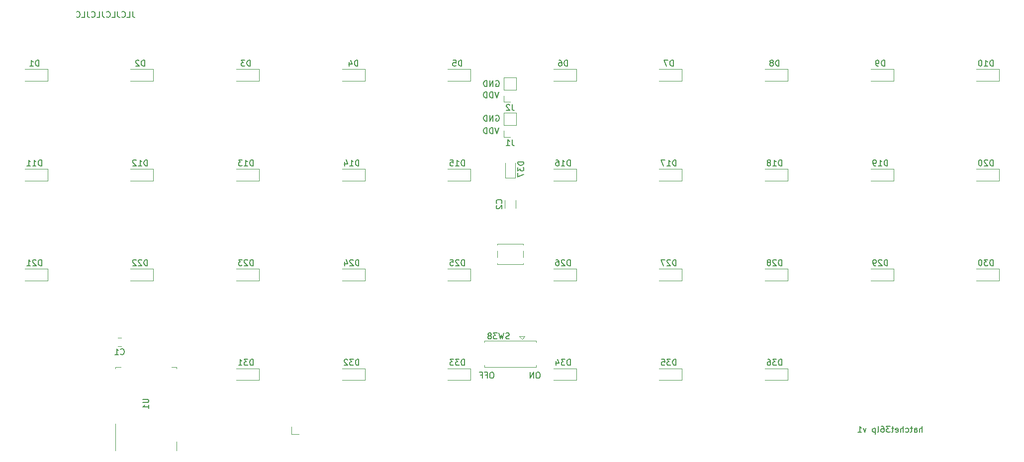
<source format=gbr>
%TF.GenerationSoftware,KiCad,Pcbnew,(6.0.4)*%
%TF.CreationDate,2022-04-26T18:03:51+09:00*%
%TF.ProjectId,hatchet36lp_pcb,68617463-6865-4743-9336-6c705f706362,rev?*%
%TF.SameCoordinates,Original*%
%TF.FileFunction,Legend,Bot*%
%TF.FilePolarity,Positive*%
%FSLAX46Y46*%
G04 Gerber Fmt 4.6, Leading zero omitted, Abs format (unit mm)*
G04 Created by KiCad (PCBNEW (6.0.4)) date 2022-04-26 18:03:51*
%MOMM*%
%LPD*%
G01*
G04 APERTURE LIST*
%ADD10C,0.200000*%
%ADD11C,0.150000*%
%ADD12C,0.120000*%
G04 APERTURE END LIST*
D10*
X75719047Y-42652380D02*
X75719047Y-43366666D01*
X75766666Y-43509523D01*
X75861904Y-43604761D01*
X76004761Y-43652380D01*
X76100000Y-43652380D01*
X74766666Y-43652380D02*
X75242857Y-43652380D01*
X75242857Y-42652380D01*
X73861904Y-43557142D02*
X73909523Y-43604761D01*
X74052380Y-43652380D01*
X74147619Y-43652380D01*
X74290476Y-43604761D01*
X74385714Y-43509523D01*
X74433333Y-43414285D01*
X74480952Y-43223809D01*
X74480952Y-43080952D01*
X74433333Y-42890476D01*
X74385714Y-42795238D01*
X74290476Y-42700000D01*
X74147619Y-42652380D01*
X74052380Y-42652380D01*
X73909523Y-42700000D01*
X73861904Y-42747619D01*
X73147619Y-42652380D02*
X73147619Y-43366666D01*
X73195238Y-43509523D01*
X73290476Y-43604761D01*
X73433333Y-43652380D01*
X73528571Y-43652380D01*
X72195238Y-43652380D02*
X72671428Y-43652380D01*
X72671428Y-42652380D01*
X71290476Y-43557142D02*
X71338095Y-43604761D01*
X71480952Y-43652380D01*
X71576190Y-43652380D01*
X71719047Y-43604761D01*
X71814285Y-43509523D01*
X71861904Y-43414285D01*
X71909523Y-43223809D01*
X71909523Y-43080952D01*
X71861904Y-42890476D01*
X71814285Y-42795238D01*
X71719047Y-42700000D01*
X71576190Y-42652380D01*
X71480952Y-42652380D01*
X71338095Y-42700000D01*
X71290476Y-42747619D01*
X70576190Y-42652380D02*
X70576190Y-43366666D01*
X70623809Y-43509523D01*
X70719047Y-43604761D01*
X70861904Y-43652380D01*
X70957142Y-43652380D01*
X69623809Y-43652380D02*
X70100000Y-43652380D01*
X70100000Y-42652380D01*
X68719047Y-43557142D02*
X68766666Y-43604761D01*
X68909523Y-43652380D01*
X69004761Y-43652380D01*
X69147619Y-43604761D01*
X69242857Y-43509523D01*
X69290476Y-43414285D01*
X69338095Y-43223809D01*
X69338095Y-43080952D01*
X69290476Y-42890476D01*
X69242857Y-42795238D01*
X69147619Y-42700000D01*
X69004761Y-42652380D01*
X68909523Y-42652380D01*
X68766666Y-42700000D01*
X68719047Y-42747619D01*
X68004761Y-42652380D02*
X68004761Y-43366666D01*
X68052380Y-43509523D01*
X68147619Y-43604761D01*
X68290476Y-43652380D01*
X68385714Y-43652380D01*
X67052380Y-43652380D02*
X67528571Y-43652380D01*
X67528571Y-42652380D01*
X66147619Y-43557142D02*
X66195238Y-43604761D01*
X66338095Y-43652380D01*
X66433333Y-43652380D01*
X66576190Y-43604761D01*
X66671428Y-43509523D01*
X66719047Y-43414285D01*
X66766666Y-43223809D01*
X66766666Y-43080952D01*
X66719047Y-42890476D01*
X66671428Y-42795238D01*
X66576190Y-42700000D01*
X66433333Y-42652380D01*
X66338095Y-42652380D01*
X66195238Y-42700000D01*
X66147619Y-42747619D01*
D11*
X138033333Y-56352380D02*
X137700000Y-57352380D01*
X137366666Y-56352380D01*
X137033333Y-57352380D02*
X137033333Y-56352380D01*
X136795238Y-56352380D01*
X136652380Y-56400000D01*
X136557142Y-56495238D01*
X136509523Y-56590476D01*
X136461904Y-56780952D01*
X136461904Y-56923809D01*
X136509523Y-57114285D01*
X136557142Y-57209523D01*
X136652380Y-57304761D01*
X136795238Y-57352380D01*
X137033333Y-57352380D01*
X136033333Y-57352380D02*
X136033333Y-56352380D01*
X135795238Y-56352380D01*
X135652380Y-56400000D01*
X135557142Y-56495238D01*
X135509523Y-56590476D01*
X135461904Y-56780952D01*
X135461904Y-56923809D01*
X135509523Y-57114285D01*
X135557142Y-57209523D01*
X135652380Y-57304761D01*
X135795238Y-57352380D01*
X136033333Y-57352380D01*
X137561904Y-54500000D02*
X137657142Y-54452380D01*
X137800000Y-54452380D01*
X137942857Y-54500000D01*
X138038095Y-54595238D01*
X138085714Y-54690476D01*
X138133333Y-54880952D01*
X138133333Y-55023809D01*
X138085714Y-55214285D01*
X138038095Y-55309523D01*
X137942857Y-55404761D01*
X137800000Y-55452380D01*
X137704761Y-55452380D01*
X137561904Y-55404761D01*
X137514285Y-55357142D01*
X137514285Y-55023809D01*
X137704761Y-55023809D01*
X137085714Y-55452380D02*
X137085714Y-54452380D01*
X136514285Y-55452380D01*
X136514285Y-54452380D01*
X136038095Y-55452380D02*
X136038095Y-54452380D01*
X135800000Y-54452380D01*
X135657142Y-54500000D01*
X135561904Y-54595238D01*
X135514285Y-54690476D01*
X135466666Y-54880952D01*
X135466666Y-55023809D01*
X135514285Y-55214285D01*
X135561904Y-55309523D01*
X135657142Y-55404761D01*
X135800000Y-55452380D01*
X136038095Y-55452380D01*
X136952380Y-104152380D02*
X136761904Y-104152380D01*
X136666666Y-104200000D01*
X136571428Y-104295238D01*
X136523809Y-104485714D01*
X136523809Y-104819047D01*
X136571428Y-105009523D01*
X136666666Y-105104761D01*
X136761904Y-105152380D01*
X136952380Y-105152380D01*
X137047619Y-105104761D01*
X137142857Y-105009523D01*
X137190476Y-104819047D01*
X137190476Y-104485714D01*
X137142857Y-104295238D01*
X137047619Y-104200000D01*
X136952380Y-104152380D01*
X135761904Y-104628571D02*
X136095238Y-104628571D01*
X136095238Y-105152380D02*
X136095238Y-104152380D01*
X135619047Y-104152380D01*
X134904761Y-104628571D02*
X135238095Y-104628571D01*
X135238095Y-105152380D02*
X135238095Y-104152380D01*
X134761904Y-104152380D01*
X138033333Y-62452380D02*
X137700000Y-63452380D01*
X137366666Y-62452380D01*
X137033333Y-63452380D02*
X137033333Y-62452380D01*
X136795238Y-62452380D01*
X136652380Y-62500000D01*
X136557142Y-62595238D01*
X136509523Y-62690476D01*
X136461904Y-62880952D01*
X136461904Y-63023809D01*
X136509523Y-63214285D01*
X136557142Y-63309523D01*
X136652380Y-63404761D01*
X136795238Y-63452380D01*
X137033333Y-63452380D01*
X136033333Y-63452380D02*
X136033333Y-62452380D01*
X135795238Y-62452380D01*
X135652380Y-62500000D01*
X135557142Y-62595238D01*
X135509523Y-62690476D01*
X135461904Y-62880952D01*
X135461904Y-63023809D01*
X135509523Y-63214285D01*
X135557142Y-63309523D01*
X135652380Y-63404761D01*
X135795238Y-63452380D01*
X136033333Y-63452380D01*
X210152380Y-114352380D02*
X210152380Y-113352380D01*
X209723809Y-114352380D02*
X209723809Y-113828571D01*
X209771428Y-113733333D01*
X209866666Y-113685714D01*
X210009523Y-113685714D01*
X210104761Y-113733333D01*
X210152380Y-113780952D01*
X208819047Y-114352380D02*
X208819047Y-113828571D01*
X208866666Y-113733333D01*
X208961904Y-113685714D01*
X209152380Y-113685714D01*
X209247619Y-113733333D01*
X208819047Y-114304761D02*
X208914285Y-114352380D01*
X209152380Y-114352380D01*
X209247619Y-114304761D01*
X209295238Y-114209523D01*
X209295238Y-114114285D01*
X209247619Y-114019047D01*
X209152380Y-113971428D01*
X208914285Y-113971428D01*
X208819047Y-113923809D01*
X208485714Y-113685714D02*
X208104761Y-113685714D01*
X208342857Y-113352380D02*
X208342857Y-114209523D01*
X208295238Y-114304761D01*
X208200000Y-114352380D01*
X208104761Y-114352380D01*
X207342857Y-114304761D02*
X207438095Y-114352380D01*
X207628571Y-114352380D01*
X207723809Y-114304761D01*
X207771428Y-114257142D01*
X207819047Y-114161904D01*
X207819047Y-113876190D01*
X207771428Y-113780952D01*
X207723809Y-113733333D01*
X207628571Y-113685714D01*
X207438095Y-113685714D01*
X207342857Y-113733333D01*
X206914285Y-114352380D02*
X206914285Y-113352380D01*
X206485714Y-114352380D02*
X206485714Y-113828571D01*
X206533333Y-113733333D01*
X206628571Y-113685714D01*
X206771428Y-113685714D01*
X206866666Y-113733333D01*
X206914285Y-113780952D01*
X205628571Y-114304761D02*
X205723809Y-114352380D01*
X205914285Y-114352380D01*
X206009523Y-114304761D01*
X206057142Y-114209523D01*
X206057142Y-113828571D01*
X206009523Y-113733333D01*
X205914285Y-113685714D01*
X205723809Y-113685714D01*
X205628571Y-113733333D01*
X205580952Y-113828571D01*
X205580952Y-113923809D01*
X206057142Y-114019047D01*
X205295238Y-113685714D02*
X204914285Y-113685714D01*
X205152380Y-113352380D02*
X205152380Y-114209523D01*
X205104761Y-114304761D01*
X205009523Y-114352380D01*
X204914285Y-114352380D01*
X204676190Y-113352380D02*
X204057142Y-113352380D01*
X204390476Y-113733333D01*
X204247619Y-113733333D01*
X204152380Y-113780952D01*
X204104761Y-113828571D01*
X204057142Y-113923809D01*
X204057142Y-114161904D01*
X204104761Y-114257142D01*
X204152380Y-114304761D01*
X204247619Y-114352380D01*
X204533333Y-114352380D01*
X204628571Y-114304761D01*
X204676190Y-114257142D01*
X203200000Y-113352380D02*
X203390476Y-113352380D01*
X203485714Y-113400000D01*
X203533333Y-113447619D01*
X203628571Y-113590476D01*
X203676190Y-113780952D01*
X203676190Y-114161904D01*
X203628571Y-114257142D01*
X203580952Y-114304761D01*
X203485714Y-114352380D01*
X203295238Y-114352380D01*
X203200000Y-114304761D01*
X203152380Y-114257142D01*
X203104761Y-114161904D01*
X203104761Y-113923809D01*
X203152380Y-113828571D01*
X203200000Y-113780952D01*
X203295238Y-113733333D01*
X203485714Y-113733333D01*
X203580952Y-113780952D01*
X203628571Y-113828571D01*
X203676190Y-113923809D01*
X202533333Y-114352380D02*
X202628571Y-114304761D01*
X202676190Y-114209523D01*
X202676190Y-113352380D01*
X202152380Y-113685714D02*
X202152380Y-114685714D01*
X202152380Y-113733333D02*
X202057142Y-113685714D01*
X201866666Y-113685714D01*
X201771428Y-113733333D01*
X201723809Y-113780952D01*
X201676190Y-113876190D01*
X201676190Y-114161904D01*
X201723809Y-114257142D01*
X201771428Y-114304761D01*
X201866666Y-114352380D01*
X202057142Y-114352380D01*
X202152380Y-114304761D01*
X200580952Y-113685714D02*
X200342857Y-114352380D01*
X200104761Y-113685714D01*
X199200000Y-114352380D02*
X199771428Y-114352380D01*
X199485714Y-114352380D02*
X199485714Y-113352380D01*
X199580952Y-113495238D01*
X199676190Y-113590476D01*
X199771428Y-113638095D01*
X144819047Y-104152380D02*
X144628571Y-104152380D01*
X144533333Y-104200000D01*
X144438095Y-104295238D01*
X144390476Y-104485714D01*
X144390476Y-104819047D01*
X144438095Y-105009523D01*
X144533333Y-105104761D01*
X144628571Y-105152380D01*
X144819047Y-105152380D01*
X144914285Y-105104761D01*
X145009523Y-105009523D01*
X145057142Y-104819047D01*
X145057142Y-104485714D01*
X145009523Y-104295238D01*
X144914285Y-104200000D01*
X144819047Y-104152380D01*
X143961904Y-105152380D02*
X143961904Y-104152380D01*
X143390476Y-105152380D01*
X143390476Y-104152380D01*
X137561904Y-60400000D02*
X137657142Y-60352380D01*
X137800000Y-60352380D01*
X137942857Y-60400000D01*
X138038095Y-60495238D01*
X138085714Y-60590476D01*
X138133333Y-60780952D01*
X138133333Y-60923809D01*
X138085714Y-61114285D01*
X138038095Y-61209523D01*
X137942857Y-61304761D01*
X137800000Y-61352380D01*
X137704761Y-61352380D01*
X137561904Y-61304761D01*
X137514285Y-61257142D01*
X137514285Y-60923809D01*
X137704761Y-60923809D01*
X137085714Y-61352380D02*
X137085714Y-60352380D01*
X136514285Y-61352380D01*
X136514285Y-60352380D01*
X136038095Y-61352380D02*
X136038095Y-60352380D01*
X135800000Y-60352380D01*
X135657142Y-60400000D01*
X135561904Y-60495238D01*
X135514285Y-60590476D01*
X135466666Y-60780952D01*
X135466666Y-60923809D01*
X135514285Y-61114285D01*
X135561904Y-61209523D01*
X135657142Y-61304761D01*
X135800000Y-61352380D01*
X136038095Y-61352380D01*
%TO.C,D12*%
X78214285Y-68952380D02*
X78214285Y-67952380D01*
X77976190Y-67952380D01*
X77833333Y-68000000D01*
X77738095Y-68095238D01*
X77690476Y-68190476D01*
X77642857Y-68380952D01*
X77642857Y-68523809D01*
X77690476Y-68714285D01*
X77738095Y-68809523D01*
X77833333Y-68904761D01*
X77976190Y-68952380D01*
X78214285Y-68952380D01*
X76690476Y-68952380D02*
X77261904Y-68952380D01*
X76976190Y-68952380D02*
X76976190Y-67952380D01*
X77071428Y-68095238D01*
X77166666Y-68190476D01*
X77261904Y-68238095D01*
X76309523Y-68047619D02*
X76261904Y-68000000D01*
X76166666Y-67952380D01*
X75928571Y-67952380D01*
X75833333Y-68000000D01*
X75785714Y-68047619D01*
X75738095Y-68142857D01*
X75738095Y-68238095D01*
X75785714Y-68380952D01*
X76357142Y-68952380D01*
X75738095Y-68952380D01*
%TO.C,D27*%
X168214285Y-85952380D02*
X168214285Y-84952380D01*
X167976190Y-84952380D01*
X167833333Y-85000000D01*
X167738095Y-85095238D01*
X167690476Y-85190476D01*
X167642857Y-85380952D01*
X167642857Y-85523809D01*
X167690476Y-85714285D01*
X167738095Y-85809523D01*
X167833333Y-85904761D01*
X167976190Y-85952380D01*
X168214285Y-85952380D01*
X167261904Y-85047619D02*
X167214285Y-85000000D01*
X167119047Y-84952380D01*
X166880952Y-84952380D01*
X166785714Y-85000000D01*
X166738095Y-85047619D01*
X166690476Y-85142857D01*
X166690476Y-85238095D01*
X166738095Y-85380952D01*
X167309523Y-85952380D01*
X166690476Y-85952380D01*
X166357142Y-84952380D02*
X165690476Y-84952380D01*
X166119047Y-85952380D01*
%TO.C,D1*%
X59738095Y-51952380D02*
X59738095Y-50952380D01*
X59500000Y-50952380D01*
X59357142Y-51000000D01*
X59261904Y-51095238D01*
X59214285Y-51190476D01*
X59166666Y-51380952D01*
X59166666Y-51523809D01*
X59214285Y-51714285D01*
X59261904Y-51809523D01*
X59357142Y-51904761D01*
X59500000Y-51952380D01*
X59738095Y-51952380D01*
X58214285Y-51952380D02*
X58785714Y-51952380D01*
X58500000Y-51952380D02*
X58500000Y-50952380D01*
X58595238Y-51095238D01*
X58690476Y-51190476D01*
X58785714Y-51238095D01*
%TO.C,C2*%
X138507142Y-75333333D02*
X138554761Y-75285714D01*
X138602380Y-75142857D01*
X138602380Y-75047619D01*
X138554761Y-74904761D01*
X138459523Y-74809523D01*
X138364285Y-74761904D01*
X138173809Y-74714285D01*
X138030952Y-74714285D01*
X137840476Y-74761904D01*
X137745238Y-74809523D01*
X137650000Y-74904761D01*
X137602380Y-75047619D01*
X137602380Y-75142857D01*
X137650000Y-75285714D01*
X137697619Y-75333333D01*
X137697619Y-75714285D02*
X137650000Y-75761904D01*
X137602380Y-75857142D01*
X137602380Y-76095238D01*
X137650000Y-76190476D01*
X137697619Y-76238095D01*
X137792857Y-76285714D01*
X137888095Y-76285714D01*
X138030952Y-76238095D01*
X138602380Y-75666666D01*
X138602380Y-76285714D01*
%TO.C,D6*%
X149738095Y-51952380D02*
X149738095Y-50952380D01*
X149500000Y-50952380D01*
X149357142Y-51000000D01*
X149261904Y-51095238D01*
X149214285Y-51190476D01*
X149166666Y-51380952D01*
X149166666Y-51523809D01*
X149214285Y-51714285D01*
X149261904Y-51809523D01*
X149357142Y-51904761D01*
X149500000Y-51952380D01*
X149738095Y-51952380D01*
X148309523Y-50952380D02*
X148500000Y-50952380D01*
X148595238Y-51000000D01*
X148642857Y-51047619D01*
X148738095Y-51190476D01*
X148785714Y-51380952D01*
X148785714Y-51761904D01*
X148738095Y-51857142D01*
X148690476Y-51904761D01*
X148595238Y-51952380D01*
X148404761Y-51952380D01*
X148309523Y-51904761D01*
X148261904Y-51857142D01*
X148214285Y-51761904D01*
X148214285Y-51523809D01*
X148261904Y-51428571D01*
X148309523Y-51380952D01*
X148404761Y-51333333D01*
X148595238Y-51333333D01*
X148690476Y-51380952D01*
X148738095Y-51428571D01*
X148785714Y-51523809D01*
%TO.C,J1*%
X140333333Y-64512380D02*
X140333333Y-65226666D01*
X140380952Y-65369523D01*
X140476190Y-65464761D01*
X140619047Y-65512380D01*
X140714285Y-65512380D01*
X139333333Y-65512380D02*
X139904761Y-65512380D01*
X139619047Y-65512380D02*
X139619047Y-64512380D01*
X139714285Y-64655238D01*
X139809523Y-64750476D01*
X139904761Y-64798095D01*
%TO.C,D23*%
X96214285Y-85952380D02*
X96214285Y-84952380D01*
X95976190Y-84952380D01*
X95833333Y-85000000D01*
X95738095Y-85095238D01*
X95690476Y-85190476D01*
X95642857Y-85380952D01*
X95642857Y-85523809D01*
X95690476Y-85714285D01*
X95738095Y-85809523D01*
X95833333Y-85904761D01*
X95976190Y-85952380D01*
X96214285Y-85952380D01*
X95261904Y-85047619D02*
X95214285Y-85000000D01*
X95119047Y-84952380D01*
X94880952Y-84952380D01*
X94785714Y-85000000D01*
X94738095Y-85047619D01*
X94690476Y-85142857D01*
X94690476Y-85238095D01*
X94738095Y-85380952D01*
X95309523Y-85952380D01*
X94690476Y-85952380D01*
X94357142Y-84952380D02*
X93738095Y-84952380D01*
X94071428Y-85333333D01*
X93928571Y-85333333D01*
X93833333Y-85380952D01*
X93785714Y-85428571D01*
X93738095Y-85523809D01*
X93738095Y-85761904D01*
X93785714Y-85857142D01*
X93833333Y-85904761D01*
X93928571Y-85952380D01*
X94214285Y-85952380D01*
X94309523Y-85904761D01*
X94357142Y-85857142D01*
%TO.C,D29*%
X204214285Y-85952380D02*
X204214285Y-84952380D01*
X203976190Y-84952380D01*
X203833333Y-85000000D01*
X203738095Y-85095238D01*
X203690476Y-85190476D01*
X203642857Y-85380952D01*
X203642857Y-85523809D01*
X203690476Y-85714285D01*
X203738095Y-85809523D01*
X203833333Y-85904761D01*
X203976190Y-85952380D01*
X204214285Y-85952380D01*
X203261904Y-85047619D02*
X203214285Y-85000000D01*
X203119047Y-84952380D01*
X202880952Y-84952380D01*
X202785714Y-85000000D01*
X202738095Y-85047619D01*
X202690476Y-85142857D01*
X202690476Y-85238095D01*
X202738095Y-85380952D01*
X203309523Y-85952380D01*
X202690476Y-85952380D01*
X202214285Y-85952380D02*
X202023809Y-85952380D01*
X201928571Y-85904761D01*
X201880952Y-85857142D01*
X201785714Y-85714285D01*
X201738095Y-85523809D01*
X201738095Y-85142857D01*
X201785714Y-85047619D01*
X201833333Y-85000000D01*
X201928571Y-84952380D01*
X202119047Y-84952380D01*
X202214285Y-85000000D01*
X202261904Y-85047619D01*
X202309523Y-85142857D01*
X202309523Y-85380952D01*
X202261904Y-85476190D01*
X202214285Y-85523809D01*
X202119047Y-85571428D01*
X201928571Y-85571428D01*
X201833333Y-85523809D01*
X201785714Y-85476190D01*
X201738095Y-85380952D01*
%TO.C,D34*%
X150214285Y-102952380D02*
X150214285Y-101952380D01*
X149976190Y-101952380D01*
X149833333Y-102000000D01*
X149738095Y-102095238D01*
X149690476Y-102190476D01*
X149642857Y-102380952D01*
X149642857Y-102523809D01*
X149690476Y-102714285D01*
X149738095Y-102809523D01*
X149833333Y-102904761D01*
X149976190Y-102952380D01*
X150214285Y-102952380D01*
X149309523Y-101952380D02*
X148690476Y-101952380D01*
X149023809Y-102333333D01*
X148880952Y-102333333D01*
X148785714Y-102380952D01*
X148738095Y-102428571D01*
X148690476Y-102523809D01*
X148690476Y-102761904D01*
X148738095Y-102857142D01*
X148785714Y-102904761D01*
X148880952Y-102952380D01*
X149166666Y-102952380D01*
X149261904Y-102904761D01*
X149309523Y-102857142D01*
X147833333Y-102285714D02*
X147833333Y-102952380D01*
X148071428Y-101904761D02*
X148309523Y-102619047D01*
X147690476Y-102619047D01*
%TO.C,D16*%
X150214285Y-68952380D02*
X150214285Y-67952380D01*
X149976190Y-67952380D01*
X149833333Y-68000000D01*
X149738095Y-68095238D01*
X149690476Y-68190476D01*
X149642857Y-68380952D01*
X149642857Y-68523809D01*
X149690476Y-68714285D01*
X149738095Y-68809523D01*
X149833333Y-68904761D01*
X149976190Y-68952380D01*
X150214285Y-68952380D01*
X148690476Y-68952380D02*
X149261904Y-68952380D01*
X148976190Y-68952380D02*
X148976190Y-67952380D01*
X149071428Y-68095238D01*
X149166666Y-68190476D01*
X149261904Y-68238095D01*
X147833333Y-67952380D02*
X148023809Y-67952380D01*
X148119047Y-68000000D01*
X148166666Y-68047619D01*
X148261904Y-68190476D01*
X148309523Y-68380952D01*
X148309523Y-68761904D01*
X148261904Y-68857142D01*
X148214285Y-68904761D01*
X148119047Y-68952380D01*
X147928571Y-68952380D01*
X147833333Y-68904761D01*
X147785714Y-68857142D01*
X147738095Y-68761904D01*
X147738095Y-68523809D01*
X147785714Y-68428571D01*
X147833333Y-68380952D01*
X147928571Y-68333333D01*
X148119047Y-68333333D01*
X148214285Y-68380952D01*
X148261904Y-68428571D01*
X148309523Y-68523809D01*
%TO.C,D8*%
X185738095Y-51952380D02*
X185738095Y-50952380D01*
X185500000Y-50952380D01*
X185357142Y-51000000D01*
X185261904Y-51095238D01*
X185214285Y-51190476D01*
X185166666Y-51380952D01*
X185166666Y-51523809D01*
X185214285Y-51714285D01*
X185261904Y-51809523D01*
X185357142Y-51904761D01*
X185500000Y-51952380D01*
X185738095Y-51952380D01*
X184595238Y-51380952D02*
X184690476Y-51333333D01*
X184738095Y-51285714D01*
X184785714Y-51190476D01*
X184785714Y-51142857D01*
X184738095Y-51047619D01*
X184690476Y-51000000D01*
X184595238Y-50952380D01*
X184404761Y-50952380D01*
X184309523Y-51000000D01*
X184261904Y-51047619D01*
X184214285Y-51142857D01*
X184214285Y-51190476D01*
X184261904Y-51285714D01*
X184309523Y-51333333D01*
X184404761Y-51380952D01*
X184595238Y-51380952D01*
X184690476Y-51428571D01*
X184738095Y-51476190D01*
X184785714Y-51571428D01*
X184785714Y-51761904D01*
X184738095Y-51857142D01*
X184690476Y-51904761D01*
X184595238Y-51952380D01*
X184404761Y-51952380D01*
X184309523Y-51904761D01*
X184261904Y-51857142D01*
X184214285Y-51761904D01*
X184214285Y-51571428D01*
X184261904Y-51476190D01*
X184309523Y-51428571D01*
X184404761Y-51380952D01*
%TO.C,D28*%
X186214285Y-85952380D02*
X186214285Y-84952380D01*
X185976190Y-84952380D01*
X185833333Y-85000000D01*
X185738095Y-85095238D01*
X185690476Y-85190476D01*
X185642857Y-85380952D01*
X185642857Y-85523809D01*
X185690476Y-85714285D01*
X185738095Y-85809523D01*
X185833333Y-85904761D01*
X185976190Y-85952380D01*
X186214285Y-85952380D01*
X185261904Y-85047619D02*
X185214285Y-85000000D01*
X185119047Y-84952380D01*
X184880952Y-84952380D01*
X184785714Y-85000000D01*
X184738095Y-85047619D01*
X184690476Y-85142857D01*
X184690476Y-85238095D01*
X184738095Y-85380952D01*
X185309523Y-85952380D01*
X184690476Y-85952380D01*
X184119047Y-85380952D02*
X184214285Y-85333333D01*
X184261904Y-85285714D01*
X184309523Y-85190476D01*
X184309523Y-85142857D01*
X184261904Y-85047619D01*
X184214285Y-85000000D01*
X184119047Y-84952380D01*
X183928571Y-84952380D01*
X183833333Y-85000000D01*
X183785714Y-85047619D01*
X183738095Y-85142857D01*
X183738095Y-85190476D01*
X183785714Y-85285714D01*
X183833333Y-85333333D01*
X183928571Y-85380952D01*
X184119047Y-85380952D01*
X184214285Y-85428571D01*
X184261904Y-85476190D01*
X184309523Y-85571428D01*
X184309523Y-85761904D01*
X184261904Y-85857142D01*
X184214285Y-85904761D01*
X184119047Y-85952380D01*
X183928571Y-85952380D01*
X183833333Y-85904761D01*
X183785714Y-85857142D01*
X183738095Y-85761904D01*
X183738095Y-85571428D01*
X183785714Y-85476190D01*
X183833333Y-85428571D01*
X183928571Y-85380952D01*
%TO.C,D7*%
X167738095Y-51952380D02*
X167738095Y-50952380D01*
X167500000Y-50952380D01*
X167357142Y-51000000D01*
X167261904Y-51095238D01*
X167214285Y-51190476D01*
X167166666Y-51380952D01*
X167166666Y-51523809D01*
X167214285Y-51714285D01*
X167261904Y-51809523D01*
X167357142Y-51904761D01*
X167500000Y-51952380D01*
X167738095Y-51952380D01*
X166833333Y-50952380D02*
X166166666Y-50952380D01*
X166595238Y-51952380D01*
%TO.C,D35*%
X168214285Y-102952380D02*
X168214285Y-101952380D01*
X167976190Y-101952380D01*
X167833333Y-102000000D01*
X167738095Y-102095238D01*
X167690476Y-102190476D01*
X167642857Y-102380952D01*
X167642857Y-102523809D01*
X167690476Y-102714285D01*
X167738095Y-102809523D01*
X167833333Y-102904761D01*
X167976190Y-102952380D01*
X168214285Y-102952380D01*
X167309523Y-101952380D02*
X166690476Y-101952380D01*
X167023809Y-102333333D01*
X166880952Y-102333333D01*
X166785714Y-102380952D01*
X166738095Y-102428571D01*
X166690476Y-102523809D01*
X166690476Y-102761904D01*
X166738095Y-102857142D01*
X166785714Y-102904761D01*
X166880952Y-102952380D01*
X167166666Y-102952380D01*
X167261904Y-102904761D01*
X167309523Y-102857142D01*
X165785714Y-101952380D02*
X166261904Y-101952380D01*
X166309523Y-102428571D01*
X166261904Y-102380952D01*
X166166666Y-102333333D01*
X165928571Y-102333333D01*
X165833333Y-102380952D01*
X165785714Y-102428571D01*
X165738095Y-102523809D01*
X165738095Y-102761904D01*
X165785714Y-102857142D01*
X165833333Y-102904761D01*
X165928571Y-102952380D01*
X166166666Y-102952380D01*
X166261904Y-102904761D01*
X166309523Y-102857142D01*
%TO.C,D33*%
X132214285Y-102952380D02*
X132214285Y-101952380D01*
X131976190Y-101952380D01*
X131833333Y-102000000D01*
X131738095Y-102095238D01*
X131690476Y-102190476D01*
X131642857Y-102380952D01*
X131642857Y-102523809D01*
X131690476Y-102714285D01*
X131738095Y-102809523D01*
X131833333Y-102904761D01*
X131976190Y-102952380D01*
X132214285Y-102952380D01*
X131309523Y-101952380D02*
X130690476Y-101952380D01*
X131023809Y-102333333D01*
X130880952Y-102333333D01*
X130785714Y-102380952D01*
X130738095Y-102428571D01*
X130690476Y-102523809D01*
X130690476Y-102761904D01*
X130738095Y-102857142D01*
X130785714Y-102904761D01*
X130880952Y-102952380D01*
X131166666Y-102952380D01*
X131261904Y-102904761D01*
X131309523Y-102857142D01*
X130357142Y-101952380D02*
X129738095Y-101952380D01*
X130071428Y-102333333D01*
X129928571Y-102333333D01*
X129833333Y-102380952D01*
X129785714Y-102428571D01*
X129738095Y-102523809D01*
X129738095Y-102761904D01*
X129785714Y-102857142D01*
X129833333Y-102904761D01*
X129928571Y-102952380D01*
X130214285Y-102952380D01*
X130309523Y-102904761D01*
X130357142Y-102857142D01*
%TO.C,D36*%
X186214285Y-102952380D02*
X186214285Y-101952380D01*
X185976190Y-101952380D01*
X185833333Y-102000000D01*
X185738095Y-102095238D01*
X185690476Y-102190476D01*
X185642857Y-102380952D01*
X185642857Y-102523809D01*
X185690476Y-102714285D01*
X185738095Y-102809523D01*
X185833333Y-102904761D01*
X185976190Y-102952380D01*
X186214285Y-102952380D01*
X185309523Y-101952380D02*
X184690476Y-101952380D01*
X185023809Y-102333333D01*
X184880952Y-102333333D01*
X184785714Y-102380952D01*
X184738095Y-102428571D01*
X184690476Y-102523809D01*
X184690476Y-102761904D01*
X184738095Y-102857142D01*
X184785714Y-102904761D01*
X184880952Y-102952380D01*
X185166666Y-102952380D01*
X185261904Y-102904761D01*
X185309523Y-102857142D01*
X183833333Y-101952380D02*
X184023809Y-101952380D01*
X184119047Y-102000000D01*
X184166666Y-102047619D01*
X184261904Y-102190476D01*
X184309523Y-102380952D01*
X184309523Y-102761904D01*
X184261904Y-102857142D01*
X184214285Y-102904761D01*
X184119047Y-102952380D01*
X183928571Y-102952380D01*
X183833333Y-102904761D01*
X183785714Y-102857142D01*
X183738095Y-102761904D01*
X183738095Y-102523809D01*
X183785714Y-102428571D01*
X183833333Y-102380952D01*
X183928571Y-102333333D01*
X184119047Y-102333333D01*
X184214285Y-102380952D01*
X184261904Y-102428571D01*
X184309523Y-102523809D01*
%TO.C,D2*%
X77738095Y-51952380D02*
X77738095Y-50952380D01*
X77500000Y-50952380D01*
X77357142Y-51000000D01*
X77261904Y-51095238D01*
X77214285Y-51190476D01*
X77166666Y-51380952D01*
X77166666Y-51523809D01*
X77214285Y-51714285D01*
X77261904Y-51809523D01*
X77357142Y-51904761D01*
X77500000Y-51952380D01*
X77738095Y-51952380D01*
X76785714Y-51047619D02*
X76738095Y-51000000D01*
X76642857Y-50952380D01*
X76404761Y-50952380D01*
X76309523Y-51000000D01*
X76261904Y-51047619D01*
X76214285Y-51142857D01*
X76214285Y-51238095D01*
X76261904Y-51380952D01*
X76833333Y-51952380D01*
X76214285Y-51952380D01*
%TO.C,D18*%
X186214285Y-68952380D02*
X186214285Y-67952380D01*
X185976190Y-67952380D01*
X185833333Y-68000000D01*
X185738095Y-68095238D01*
X185690476Y-68190476D01*
X185642857Y-68380952D01*
X185642857Y-68523809D01*
X185690476Y-68714285D01*
X185738095Y-68809523D01*
X185833333Y-68904761D01*
X185976190Y-68952380D01*
X186214285Y-68952380D01*
X184690476Y-68952380D02*
X185261904Y-68952380D01*
X184976190Y-68952380D02*
X184976190Y-67952380D01*
X185071428Y-68095238D01*
X185166666Y-68190476D01*
X185261904Y-68238095D01*
X184119047Y-68380952D02*
X184214285Y-68333333D01*
X184261904Y-68285714D01*
X184309523Y-68190476D01*
X184309523Y-68142857D01*
X184261904Y-68047619D01*
X184214285Y-68000000D01*
X184119047Y-67952380D01*
X183928571Y-67952380D01*
X183833333Y-68000000D01*
X183785714Y-68047619D01*
X183738095Y-68142857D01*
X183738095Y-68190476D01*
X183785714Y-68285714D01*
X183833333Y-68333333D01*
X183928571Y-68380952D01*
X184119047Y-68380952D01*
X184214285Y-68428571D01*
X184261904Y-68476190D01*
X184309523Y-68571428D01*
X184309523Y-68761904D01*
X184261904Y-68857142D01*
X184214285Y-68904761D01*
X184119047Y-68952380D01*
X183928571Y-68952380D01*
X183833333Y-68904761D01*
X183785714Y-68857142D01*
X183738095Y-68761904D01*
X183738095Y-68571428D01*
X183785714Y-68476190D01*
X183833333Y-68428571D01*
X183928571Y-68380952D01*
%TO.C,U1*%
X77452380Y-108738095D02*
X78261904Y-108738095D01*
X78357142Y-108785714D01*
X78404761Y-108833333D01*
X78452380Y-108928571D01*
X78452380Y-109119047D01*
X78404761Y-109214285D01*
X78357142Y-109261904D01*
X78261904Y-109309523D01*
X77452380Y-109309523D01*
X78452380Y-110309523D02*
X78452380Y-109738095D01*
X78452380Y-110023809D02*
X77452380Y-110023809D01*
X77595238Y-109928571D01*
X77690476Y-109833333D01*
X77738095Y-109738095D01*
%TO.C,J2*%
X140333333Y-58512380D02*
X140333333Y-59226666D01*
X140380952Y-59369523D01*
X140476190Y-59464761D01*
X140619047Y-59512380D01*
X140714285Y-59512380D01*
X139904761Y-58607619D02*
X139857142Y-58560000D01*
X139761904Y-58512380D01*
X139523809Y-58512380D01*
X139428571Y-58560000D01*
X139380952Y-58607619D01*
X139333333Y-58702857D01*
X139333333Y-58798095D01*
X139380952Y-58940952D01*
X139952380Y-59512380D01*
X139333333Y-59512380D01*
%TO.C,D31*%
X96214285Y-102952380D02*
X96214285Y-101952380D01*
X95976190Y-101952380D01*
X95833333Y-102000000D01*
X95738095Y-102095238D01*
X95690476Y-102190476D01*
X95642857Y-102380952D01*
X95642857Y-102523809D01*
X95690476Y-102714285D01*
X95738095Y-102809523D01*
X95833333Y-102904761D01*
X95976190Y-102952380D01*
X96214285Y-102952380D01*
X95309523Y-101952380D02*
X94690476Y-101952380D01*
X95023809Y-102333333D01*
X94880952Y-102333333D01*
X94785714Y-102380952D01*
X94738095Y-102428571D01*
X94690476Y-102523809D01*
X94690476Y-102761904D01*
X94738095Y-102857142D01*
X94785714Y-102904761D01*
X94880952Y-102952380D01*
X95166666Y-102952380D01*
X95261904Y-102904761D01*
X95309523Y-102857142D01*
X93738095Y-102952380D02*
X94309523Y-102952380D01*
X94023809Y-102952380D02*
X94023809Y-101952380D01*
X94119047Y-102095238D01*
X94214285Y-102190476D01*
X94309523Y-102238095D01*
%TO.C,D24*%
X114214285Y-85952380D02*
X114214285Y-84952380D01*
X113976190Y-84952380D01*
X113833333Y-85000000D01*
X113738095Y-85095238D01*
X113690476Y-85190476D01*
X113642857Y-85380952D01*
X113642857Y-85523809D01*
X113690476Y-85714285D01*
X113738095Y-85809523D01*
X113833333Y-85904761D01*
X113976190Y-85952380D01*
X114214285Y-85952380D01*
X113261904Y-85047619D02*
X113214285Y-85000000D01*
X113119047Y-84952380D01*
X112880952Y-84952380D01*
X112785714Y-85000000D01*
X112738095Y-85047619D01*
X112690476Y-85142857D01*
X112690476Y-85238095D01*
X112738095Y-85380952D01*
X113309523Y-85952380D01*
X112690476Y-85952380D01*
X111833333Y-85285714D02*
X111833333Y-85952380D01*
X112071428Y-84904761D02*
X112309523Y-85619047D01*
X111690476Y-85619047D01*
%TO.C,D4*%
X114038095Y-51952380D02*
X114038095Y-50952380D01*
X113800000Y-50952380D01*
X113657142Y-51000000D01*
X113561904Y-51095238D01*
X113514285Y-51190476D01*
X113466666Y-51380952D01*
X113466666Y-51523809D01*
X113514285Y-51714285D01*
X113561904Y-51809523D01*
X113657142Y-51904761D01*
X113800000Y-51952380D01*
X114038095Y-51952380D01*
X112609523Y-51285714D02*
X112609523Y-51952380D01*
X112847619Y-50904761D02*
X113085714Y-51619047D01*
X112466666Y-51619047D01*
%TO.C,D13*%
X96214285Y-68952380D02*
X96214285Y-67952380D01*
X95976190Y-67952380D01*
X95833333Y-68000000D01*
X95738095Y-68095238D01*
X95690476Y-68190476D01*
X95642857Y-68380952D01*
X95642857Y-68523809D01*
X95690476Y-68714285D01*
X95738095Y-68809523D01*
X95833333Y-68904761D01*
X95976190Y-68952380D01*
X96214285Y-68952380D01*
X94690476Y-68952380D02*
X95261904Y-68952380D01*
X94976190Y-68952380D02*
X94976190Y-67952380D01*
X95071428Y-68095238D01*
X95166666Y-68190476D01*
X95261904Y-68238095D01*
X94357142Y-67952380D02*
X93738095Y-67952380D01*
X94071428Y-68333333D01*
X93928571Y-68333333D01*
X93833333Y-68380952D01*
X93785714Y-68428571D01*
X93738095Y-68523809D01*
X93738095Y-68761904D01*
X93785714Y-68857142D01*
X93833333Y-68904761D01*
X93928571Y-68952380D01*
X94214285Y-68952380D01*
X94309523Y-68904761D01*
X94357142Y-68857142D01*
%TO.C,D3*%
X95738095Y-51952380D02*
X95738095Y-50952380D01*
X95500000Y-50952380D01*
X95357142Y-51000000D01*
X95261904Y-51095238D01*
X95214285Y-51190476D01*
X95166666Y-51380952D01*
X95166666Y-51523809D01*
X95214285Y-51714285D01*
X95261904Y-51809523D01*
X95357142Y-51904761D01*
X95500000Y-51952380D01*
X95738095Y-51952380D01*
X94833333Y-50952380D02*
X94214285Y-50952380D01*
X94547619Y-51333333D01*
X94404761Y-51333333D01*
X94309523Y-51380952D01*
X94261904Y-51428571D01*
X94214285Y-51523809D01*
X94214285Y-51761904D01*
X94261904Y-51857142D01*
X94309523Y-51904761D01*
X94404761Y-51952380D01*
X94690476Y-51952380D01*
X94785714Y-51904761D01*
X94833333Y-51857142D01*
%TO.C,D22*%
X78214285Y-85952380D02*
X78214285Y-84952380D01*
X77976190Y-84952380D01*
X77833333Y-85000000D01*
X77738095Y-85095238D01*
X77690476Y-85190476D01*
X77642857Y-85380952D01*
X77642857Y-85523809D01*
X77690476Y-85714285D01*
X77738095Y-85809523D01*
X77833333Y-85904761D01*
X77976190Y-85952380D01*
X78214285Y-85952380D01*
X77261904Y-85047619D02*
X77214285Y-85000000D01*
X77119047Y-84952380D01*
X76880952Y-84952380D01*
X76785714Y-85000000D01*
X76738095Y-85047619D01*
X76690476Y-85142857D01*
X76690476Y-85238095D01*
X76738095Y-85380952D01*
X77309523Y-85952380D01*
X76690476Y-85952380D01*
X76309523Y-85047619D02*
X76261904Y-85000000D01*
X76166666Y-84952380D01*
X75928571Y-84952380D01*
X75833333Y-85000000D01*
X75785714Y-85047619D01*
X75738095Y-85142857D01*
X75738095Y-85238095D01*
X75785714Y-85380952D01*
X76357142Y-85952380D01*
X75738095Y-85952380D01*
%TO.C,D26*%
X150214285Y-85952380D02*
X150214285Y-84952380D01*
X149976190Y-84952380D01*
X149833333Y-85000000D01*
X149738095Y-85095238D01*
X149690476Y-85190476D01*
X149642857Y-85380952D01*
X149642857Y-85523809D01*
X149690476Y-85714285D01*
X149738095Y-85809523D01*
X149833333Y-85904761D01*
X149976190Y-85952380D01*
X150214285Y-85952380D01*
X149261904Y-85047619D02*
X149214285Y-85000000D01*
X149119047Y-84952380D01*
X148880952Y-84952380D01*
X148785714Y-85000000D01*
X148738095Y-85047619D01*
X148690476Y-85142857D01*
X148690476Y-85238095D01*
X148738095Y-85380952D01*
X149309523Y-85952380D01*
X148690476Y-85952380D01*
X147833333Y-84952380D02*
X148023809Y-84952380D01*
X148119047Y-85000000D01*
X148166666Y-85047619D01*
X148261904Y-85190476D01*
X148309523Y-85380952D01*
X148309523Y-85761904D01*
X148261904Y-85857142D01*
X148214285Y-85904761D01*
X148119047Y-85952380D01*
X147928571Y-85952380D01*
X147833333Y-85904761D01*
X147785714Y-85857142D01*
X147738095Y-85761904D01*
X147738095Y-85523809D01*
X147785714Y-85428571D01*
X147833333Y-85380952D01*
X147928571Y-85333333D01*
X148119047Y-85333333D01*
X148214285Y-85380952D01*
X148261904Y-85428571D01*
X148309523Y-85523809D01*
%TO.C,D21*%
X60214285Y-85952380D02*
X60214285Y-84952380D01*
X59976190Y-84952380D01*
X59833333Y-85000000D01*
X59738095Y-85095238D01*
X59690476Y-85190476D01*
X59642857Y-85380952D01*
X59642857Y-85523809D01*
X59690476Y-85714285D01*
X59738095Y-85809523D01*
X59833333Y-85904761D01*
X59976190Y-85952380D01*
X60214285Y-85952380D01*
X59261904Y-85047619D02*
X59214285Y-85000000D01*
X59119047Y-84952380D01*
X58880952Y-84952380D01*
X58785714Y-85000000D01*
X58738095Y-85047619D01*
X58690476Y-85142857D01*
X58690476Y-85238095D01*
X58738095Y-85380952D01*
X59309523Y-85952380D01*
X58690476Y-85952380D01*
X57738095Y-85952380D02*
X58309523Y-85952380D01*
X58023809Y-85952380D02*
X58023809Y-84952380D01*
X58119047Y-85095238D01*
X58214285Y-85190476D01*
X58309523Y-85238095D01*
%TO.C,D5*%
X131738095Y-51952380D02*
X131738095Y-50952380D01*
X131500000Y-50952380D01*
X131357142Y-51000000D01*
X131261904Y-51095238D01*
X131214285Y-51190476D01*
X131166666Y-51380952D01*
X131166666Y-51523809D01*
X131214285Y-51714285D01*
X131261904Y-51809523D01*
X131357142Y-51904761D01*
X131500000Y-51952380D01*
X131738095Y-51952380D01*
X130261904Y-50952380D02*
X130738095Y-50952380D01*
X130785714Y-51428571D01*
X130738095Y-51380952D01*
X130642857Y-51333333D01*
X130404761Y-51333333D01*
X130309523Y-51380952D01*
X130261904Y-51428571D01*
X130214285Y-51523809D01*
X130214285Y-51761904D01*
X130261904Y-51857142D01*
X130309523Y-51904761D01*
X130404761Y-51952380D01*
X130642857Y-51952380D01*
X130738095Y-51904761D01*
X130785714Y-51857142D01*
%TO.C,D17*%
X168214285Y-68952380D02*
X168214285Y-67952380D01*
X167976190Y-67952380D01*
X167833333Y-68000000D01*
X167738095Y-68095238D01*
X167690476Y-68190476D01*
X167642857Y-68380952D01*
X167642857Y-68523809D01*
X167690476Y-68714285D01*
X167738095Y-68809523D01*
X167833333Y-68904761D01*
X167976190Y-68952380D01*
X168214285Y-68952380D01*
X166690476Y-68952380D02*
X167261904Y-68952380D01*
X166976190Y-68952380D02*
X166976190Y-67952380D01*
X167071428Y-68095238D01*
X167166666Y-68190476D01*
X167261904Y-68238095D01*
X166357142Y-67952380D02*
X165690476Y-67952380D01*
X166119047Y-68952380D01*
%TO.C,SW38*%
X139819523Y-98417261D02*
X139676666Y-98464880D01*
X139438571Y-98464880D01*
X139343333Y-98417261D01*
X139295714Y-98369642D01*
X139248095Y-98274404D01*
X139248095Y-98179166D01*
X139295714Y-98083928D01*
X139343333Y-98036309D01*
X139438571Y-97988690D01*
X139629047Y-97941071D01*
X139724285Y-97893452D01*
X139771904Y-97845833D01*
X139819523Y-97750595D01*
X139819523Y-97655357D01*
X139771904Y-97560119D01*
X139724285Y-97512500D01*
X139629047Y-97464880D01*
X139390952Y-97464880D01*
X139248095Y-97512500D01*
X138914761Y-97464880D02*
X138676666Y-98464880D01*
X138486190Y-97750595D01*
X138295714Y-98464880D01*
X138057619Y-97464880D01*
X137771904Y-97464880D02*
X137152857Y-97464880D01*
X137486190Y-97845833D01*
X137343333Y-97845833D01*
X137248095Y-97893452D01*
X137200476Y-97941071D01*
X137152857Y-98036309D01*
X137152857Y-98274404D01*
X137200476Y-98369642D01*
X137248095Y-98417261D01*
X137343333Y-98464880D01*
X137629047Y-98464880D01*
X137724285Y-98417261D01*
X137771904Y-98369642D01*
X136581428Y-97893452D02*
X136676666Y-97845833D01*
X136724285Y-97798214D01*
X136771904Y-97702976D01*
X136771904Y-97655357D01*
X136724285Y-97560119D01*
X136676666Y-97512500D01*
X136581428Y-97464880D01*
X136390952Y-97464880D01*
X136295714Y-97512500D01*
X136248095Y-97560119D01*
X136200476Y-97655357D01*
X136200476Y-97702976D01*
X136248095Y-97798214D01*
X136295714Y-97845833D01*
X136390952Y-97893452D01*
X136581428Y-97893452D01*
X136676666Y-97941071D01*
X136724285Y-97988690D01*
X136771904Y-98083928D01*
X136771904Y-98274404D01*
X136724285Y-98369642D01*
X136676666Y-98417261D01*
X136581428Y-98464880D01*
X136390952Y-98464880D01*
X136295714Y-98417261D01*
X136248095Y-98369642D01*
X136200476Y-98274404D01*
X136200476Y-98083928D01*
X136248095Y-97988690D01*
X136295714Y-97941071D01*
X136390952Y-97893452D01*
%TO.C,D10*%
X222214285Y-51952380D02*
X222214285Y-50952380D01*
X221976190Y-50952380D01*
X221833333Y-51000000D01*
X221738095Y-51095238D01*
X221690476Y-51190476D01*
X221642857Y-51380952D01*
X221642857Y-51523809D01*
X221690476Y-51714285D01*
X221738095Y-51809523D01*
X221833333Y-51904761D01*
X221976190Y-51952380D01*
X222214285Y-51952380D01*
X220690476Y-51952380D02*
X221261904Y-51952380D01*
X220976190Y-51952380D02*
X220976190Y-50952380D01*
X221071428Y-51095238D01*
X221166666Y-51190476D01*
X221261904Y-51238095D01*
X220071428Y-50952380D02*
X219976190Y-50952380D01*
X219880952Y-51000000D01*
X219833333Y-51047619D01*
X219785714Y-51142857D01*
X219738095Y-51333333D01*
X219738095Y-51571428D01*
X219785714Y-51761904D01*
X219833333Y-51857142D01*
X219880952Y-51904761D01*
X219976190Y-51952380D01*
X220071428Y-51952380D01*
X220166666Y-51904761D01*
X220214285Y-51857142D01*
X220261904Y-51761904D01*
X220309523Y-51571428D01*
X220309523Y-51333333D01*
X220261904Y-51142857D01*
X220214285Y-51047619D01*
X220166666Y-51000000D01*
X220071428Y-50952380D01*
%TO.C,D25*%
X132214285Y-85952380D02*
X132214285Y-84952380D01*
X131976190Y-84952380D01*
X131833333Y-85000000D01*
X131738095Y-85095238D01*
X131690476Y-85190476D01*
X131642857Y-85380952D01*
X131642857Y-85523809D01*
X131690476Y-85714285D01*
X131738095Y-85809523D01*
X131833333Y-85904761D01*
X131976190Y-85952380D01*
X132214285Y-85952380D01*
X131261904Y-85047619D02*
X131214285Y-85000000D01*
X131119047Y-84952380D01*
X130880952Y-84952380D01*
X130785714Y-85000000D01*
X130738095Y-85047619D01*
X130690476Y-85142857D01*
X130690476Y-85238095D01*
X130738095Y-85380952D01*
X131309523Y-85952380D01*
X130690476Y-85952380D01*
X129785714Y-84952380D02*
X130261904Y-84952380D01*
X130309523Y-85428571D01*
X130261904Y-85380952D01*
X130166666Y-85333333D01*
X129928571Y-85333333D01*
X129833333Y-85380952D01*
X129785714Y-85428571D01*
X129738095Y-85523809D01*
X129738095Y-85761904D01*
X129785714Y-85857142D01*
X129833333Y-85904761D01*
X129928571Y-85952380D01*
X130166666Y-85952380D01*
X130261904Y-85904761D01*
X130309523Y-85857142D01*
%TO.C,D37*%
X142302380Y-68285714D02*
X141302380Y-68285714D01*
X141302380Y-68523809D01*
X141350000Y-68666666D01*
X141445238Y-68761904D01*
X141540476Y-68809523D01*
X141730952Y-68857142D01*
X141873809Y-68857142D01*
X142064285Y-68809523D01*
X142159523Y-68761904D01*
X142254761Y-68666666D01*
X142302380Y-68523809D01*
X142302380Y-68285714D01*
X141302380Y-69190476D02*
X141302380Y-69809523D01*
X141683333Y-69476190D01*
X141683333Y-69619047D01*
X141730952Y-69714285D01*
X141778571Y-69761904D01*
X141873809Y-69809523D01*
X142111904Y-69809523D01*
X142207142Y-69761904D01*
X142254761Y-69714285D01*
X142302380Y-69619047D01*
X142302380Y-69333333D01*
X142254761Y-69238095D01*
X142207142Y-69190476D01*
X141302380Y-70142857D02*
X141302380Y-70809523D01*
X142302380Y-70380952D01*
%TO.C,D9*%
X203738095Y-51952380D02*
X203738095Y-50952380D01*
X203500000Y-50952380D01*
X203357142Y-51000000D01*
X203261904Y-51095238D01*
X203214285Y-51190476D01*
X203166666Y-51380952D01*
X203166666Y-51523809D01*
X203214285Y-51714285D01*
X203261904Y-51809523D01*
X203357142Y-51904761D01*
X203500000Y-51952380D01*
X203738095Y-51952380D01*
X202690476Y-51952380D02*
X202500000Y-51952380D01*
X202404761Y-51904761D01*
X202357142Y-51857142D01*
X202261904Y-51714285D01*
X202214285Y-51523809D01*
X202214285Y-51142857D01*
X202261904Y-51047619D01*
X202309523Y-51000000D01*
X202404761Y-50952380D01*
X202595238Y-50952380D01*
X202690476Y-51000000D01*
X202738095Y-51047619D01*
X202785714Y-51142857D01*
X202785714Y-51380952D01*
X202738095Y-51476190D01*
X202690476Y-51523809D01*
X202595238Y-51571428D01*
X202404761Y-51571428D01*
X202309523Y-51523809D01*
X202261904Y-51476190D01*
X202214285Y-51380952D01*
%TO.C,D30*%
X222214285Y-85952380D02*
X222214285Y-84952380D01*
X221976190Y-84952380D01*
X221833333Y-85000000D01*
X221738095Y-85095238D01*
X221690476Y-85190476D01*
X221642857Y-85380952D01*
X221642857Y-85523809D01*
X221690476Y-85714285D01*
X221738095Y-85809523D01*
X221833333Y-85904761D01*
X221976190Y-85952380D01*
X222214285Y-85952380D01*
X221309523Y-84952380D02*
X220690476Y-84952380D01*
X221023809Y-85333333D01*
X220880952Y-85333333D01*
X220785714Y-85380952D01*
X220738095Y-85428571D01*
X220690476Y-85523809D01*
X220690476Y-85761904D01*
X220738095Y-85857142D01*
X220785714Y-85904761D01*
X220880952Y-85952380D01*
X221166666Y-85952380D01*
X221261904Y-85904761D01*
X221309523Y-85857142D01*
X220071428Y-84952380D02*
X219976190Y-84952380D01*
X219880952Y-85000000D01*
X219833333Y-85047619D01*
X219785714Y-85142857D01*
X219738095Y-85333333D01*
X219738095Y-85571428D01*
X219785714Y-85761904D01*
X219833333Y-85857142D01*
X219880952Y-85904761D01*
X219976190Y-85952380D01*
X220071428Y-85952380D01*
X220166666Y-85904761D01*
X220214285Y-85857142D01*
X220261904Y-85761904D01*
X220309523Y-85571428D01*
X220309523Y-85333333D01*
X220261904Y-85142857D01*
X220214285Y-85047619D01*
X220166666Y-85000000D01*
X220071428Y-84952380D01*
%TO.C,D15*%
X132214285Y-68952380D02*
X132214285Y-67952380D01*
X131976190Y-67952380D01*
X131833333Y-68000000D01*
X131738095Y-68095238D01*
X131690476Y-68190476D01*
X131642857Y-68380952D01*
X131642857Y-68523809D01*
X131690476Y-68714285D01*
X131738095Y-68809523D01*
X131833333Y-68904761D01*
X131976190Y-68952380D01*
X132214285Y-68952380D01*
X130690476Y-68952380D02*
X131261904Y-68952380D01*
X130976190Y-68952380D02*
X130976190Y-67952380D01*
X131071428Y-68095238D01*
X131166666Y-68190476D01*
X131261904Y-68238095D01*
X129785714Y-67952380D02*
X130261904Y-67952380D01*
X130309523Y-68428571D01*
X130261904Y-68380952D01*
X130166666Y-68333333D01*
X129928571Y-68333333D01*
X129833333Y-68380952D01*
X129785714Y-68428571D01*
X129738095Y-68523809D01*
X129738095Y-68761904D01*
X129785714Y-68857142D01*
X129833333Y-68904761D01*
X129928571Y-68952380D01*
X130166666Y-68952380D01*
X130261904Y-68904761D01*
X130309523Y-68857142D01*
%TO.C,D19*%
X204214285Y-68952380D02*
X204214285Y-67952380D01*
X203976190Y-67952380D01*
X203833333Y-68000000D01*
X203738095Y-68095238D01*
X203690476Y-68190476D01*
X203642857Y-68380952D01*
X203642857Y-68523809D01*
X203690476Y-68714285D01*
X203738095Y-68809523D01*
X203833333Y-68904761D01*
X203976190Y-68952380D01*
X204214285Y-68952380D01*
X202690476Y-68952380D02*
X203261904Y-68952380D01*
X202976190Y-68952380D02*
X202976190Y-67952380D01*
X203071428Y-68095238D01*
X203166666Y-68190476D01*
X203261904Y-68238095D01*
X202214285Y-68952380D02*
X202023809Y-68952380D01*
X201928571Y-68904761D01*
X201880952Y-68857142D01*
X201785714Y-68714285D01*
X201738095Y-68523809D01*
X201738095Y-68142857D01*
X201785714Y-68047619D01*
X201833333Y-68000000D01*
X201928571Y-67952380D01*
X202119047Y-67952380D01*
X202214285Y-68000000D01*
X202261904Y-68047619D01*
X202309523Y-68142857D01*
X202309523Y-68380952D01*
X202261904Y-68476190D01*
X202214285Y-68523809D01*
X202119047Y-68571428D01*
X201928571Y-68571428D01*
X201833333Y-68523809D01*
X201785714Y-68476190D01*
X201738095Y-68380952D01*
%TO.C,D11*%
X60214285Y-68952380D02*
X60214285Y-67952380D01*
X59976190Y-67952380D01*
X59833333Y-68000000D01*
X59738095Y-68095238D01*
X59690476Y-68190476D01*
X59642857Y-68380952D01*
X59642857Y-68523809D01*
X59690476Y-68714285D01*
X59738095Y-68809523D01*
X59833333Y-68904761D01*
X59976190Y-68952380D01*
X60214285Y-68952380D01*
X58690476Y-68952380D02*
X59261904Y-68952380D01*
X58976190Y-68952380D02*
X58976190Y-67952380D01*
X59071428Y-68095238D01*
X59166666Y-68190476D01*
X59261904Y-68238095D01*
X57738095Y-68952380D02*
X58309523Y-68952380D01*
X58023809Y-68952380D02*
X58023809Y-67952380D01*
X58119047Y-68095238D01*
X58214285Y-68190476D01*
X58309523Y-68238095D01*
%TO.C,C1*%
X73666666Y-101037142D02*
X73714285Y-101084761D01*
X73857142Y-101132380D01*
X73952380Y-101132380D01*
X74095238Y-101084761D01*
X74190476Y-100989523D01*
X74238095Y-100894285D01*
X74285714Y-100703809D01*
X74285714Y-100560952D01*
X74238095Y-100370476D01*
X74190476Y-100275238D01*
X74095238Y-100180000D01*
X73952380Y-100132380D01*
X73857142Y-100132380D01*
X73714285Y-100180000D01*
X73666666Y-100227619D01*
X72714285Y-101132380D02*
X73285714Y-101132380D01*
X73000000Y-101132380D02*
X73000000Y-100132380D01*
X73095238Y-100275238D01*
X73190476Y-100370476D01*
X73285714Y-100418095D01*
%TO.C,D14*%
X114214285Y-68952380D02*
X114214285Y-67952380D01*
X113976190Y-67952380D01*
X113833333Y-68000000D01*
X113738095Y-68095238D01*
X113690476Y-68190476D01*
X113642857Y-68380952D01*
X113642857Y-68523809D01*
X113690476Y-68714285D01*
X113738095Y-68809523D01*
X113833333Y-68904761D01*
X113976190Y-68952380D01*
X114214285Y-68952380D01*
X112690476Y-68952380D02*
X113261904Y-68952380D01*
X112976190Y-68952380D02*
X112976190Y-67952380D01*
X113071428Y-68095238D01*
X113166666Y-68190476D01*
X113261904Y-68238095D01*
X111833333Y-68285714D02*
X111833333Y-68952380D01*
X112071428Y-67904761D02*
X112309523Y-68619047D01*
X111690476Y-68619047D01*
%TO.C,D20*%
X222214285Y-68952380D02*
X222214285Y-67952380D01*
X221976190Y-67952380D01*
X221833333Y-68000000D01*
X221738095Y-68095238D01*
X221690476Y-68190476D01*
X221642857Y-68380952D01*
X221642857Y-68523809D01*
X221690476Y-68714285D01*
X221738095Y-68809523D01*
X221833333Y-68904761D01*
X221976190Y-68952380D01*
X222214285Y-68952380D01*
X221261904Y-68047619D02*
X221214285Y-68000000D01*
X221119047Y-67952380D01*
X220880952Y-67952380D01*
X220785714Y-68000000D01*
X220738095Y-68047619D01*
X220690476Y-68142857D01*
X220690476Y-68238095D01*
X220738095Y-68380952D01*
X221309523Y-68952380D01*
X220690476Y-68952380D01*
X220071428Y-67952380D02*
X219976190Y-67952380D01*
X219880952Y-68000000D01*
X219833333Y-68047619D01*
X219785714Y-68142857D01*
X219738095Y-68333333D01*
X219738095Y-68571428D01*
X219785714Y-68761904D01*
X219833333Y-68857142D01*
X219880952Y-68904761D01*
X219976190Y-68952380D01*
X220071428Y-68952380D01*
X220166666Y-68904761D01*
X220214285Y-68857142D01*
X220261904Y-68761904D01*
X220309523Y-68571428D01*
X220309523Y-68333333D01*
X220261904Y-68142857D01*
X220214285Y-68047619D01*
X220166666Y-68000000D01*
X220071428Y-67952380D01*
%TO.C,D32*%
X114214285Y-102952380D02*
X114214285Y-101952380D01*
X113976190Y-101952380D01*
X113833333Y-102000000D01*
X113738095Y-102095238D01*
X113690476Y-102190476D01*
X113642857Y-102380952D01*
X113642857Y-102523809D01*
X113690476Y-102714285D01*
X113738095Y-102809523D01*
X113833333Y-102904761D01*
X113976190Y-102952380D01*
X114214285Y-102952380D01*
X113309523Y-101952380D02*
X112690476Y-101952380D01*
X113023809Y-102333333D01*
X112880952Y-102333333D01*
X112785714Y-102380952D01*
X112738095Y-102428571D01*
X112690476Y-102523809D01*
X112690476Y-102761904D01*
X112738095Y-102857142D01*
X112785714Y-102904761D01*
X112880952Y-102952380D01*
X113166666Y-102952380D01*
X113261904Y-102904761D01*
X113309523Y-102857142D01*
X112309523Y-102047619D02*
X112261904Y-102000000D01*
X112166666Y-101952380D01*
X111928571Y-101952380D01*
X111833333Y-102000000D01*
X111785714Y-102047619D01*
X111738095Y-102142857D01*
X111738095Y-102238095D01*
X111785714Y-102380952D01*
X112357142Y-102952380D01*
X111738095Y-102952380D01*
D12*
%TO.C,D12*%
X79250000Y-71500000D02*
X75350000Y-71500000D01*
X79250000Y-69500000D02*
X79250000Y-71500000D01*
X79250000Y-69500000D02*
X75350000Y-69500000D01*
%TO.C,SW37*%
X142200000Y-85580000D02*
X142200000Y-85700000D01*
X137800000Y-82300000D02*
X142200000Y-82300000D01*
X142200000Y-85700000D02*
X137800000Y-85700000D01*
X142200000Y-82300000D02*
X142200000Y-82420000D01*
X142200000Y-83430000D02*
X142200000Y-84570000D01*
X137800000Y-82420000D02*
X137800000Y-82300000D01*
X137800000Y-85700000D02*
X137800000Y-85580000D01*
X137800000Y-84570000D02*
X137800000Y-83430000D01*
%TO.C,D27*%
X169250000Y-86500000D02*
X165350000Y-86500000D01*
X169250000Y-86500000D02*
X169250000Y-88500000D01*
X169250000Y-88500000D02*
X165350000Y-88500000D01*
%TO.C,D1*%
X61250000Y-54500000D02*
X57350000Y-54500000D01*
X61250000Y-52500000D02*
X61250000Y-54500000D01*
X61250000Y-52500000D02*
X57350000Y-52500000D01*
%TO.C,C2*%
X139090000Y-74788748D02*
X139090000Y-76211252D01*
X140910000Y-74788748D02*
X140910000Y-76211252D01*
%TO.C,D6*%
X151250000Y-52500000D02*
X151250000Y-54500000D01*
X151250000Y-54500000D02*
X147350000Y-54500000D01*
X151250000Y-52500000D02*
X147350000Y-52500000D01*
%TO.C,J1*%
X138940000Y-62000000D02*
X138940000Y-59940000D01*
X138940000Y-64060000D02*
X140000000Y-64060000D01*
X138940000Y-59940000D02*
X141060000Y-59940000D01*
X138940000Y-62000000D02*
X141060000Y-62000000D01*
X141060000Y-62000000D02*
X141060000Y-59940000D01*
X138940000Y-63000000D02*
X138940000Y-64060000D01*
%TO.C,D23*%
X97250000Y-88500000D02*
X93350000Y-88500000D01*
X97250000Y-86500000D02*
X93350000Y-86500000D01*
X97250000Y-86500000D02*
X97250000Y-88500000D01*
%TO.C,D29*%
X205250000Y-86500000D02*
X201350000Y-86500000D01*
X205250000Y-88500000D02*
X201350000Y-88500000D01*
X205250000Y-86500000D02*
X205250000Y-88500000D01*
%TO.C,D34*%
X151250000Y-105500000D02*
X147350000Y-105500000D01*
X151250000Y-103500000D02*
X147350000Y-103500000D01*
X151250000Y-103500000D02*
X151250000Y-105500000D01*
%TO.C,D16*%
X151250000Y-69500000D02*
X151250000Y-71500000D01*
X151250000Y-69500000D02*
X147350000Y-69500000D01*
X151250000Y-71500000D02*
X147350000Y-71500000D01*
%TO.C,D8*%
X187250000Y-52500000D02*
X183350000Y-52500000D01*
X187250000Y-52500000D02*
X187250000Y-54500000D01*
X187250000Y-54500000D02*
X183350000Y-54500000D01*
%TO.C,D28*%
X187250000Y-88500000D02*
X183350000Y-88500000D01*
X187250000Y-86500000D02*
X187250000Y-88500000D01*
X187250000Y-86500000D02*
X183350000Y-86500000D01*
%TO.C,D7*%
X169250000Y-54500000D02*
X165350000Y-54500000D01*
X169250000Y-52500000D02*
X169250000Y-54500000D01*
X169250000Y-52500000D02*
X165350000Y-52500000D01*
%TO.C,D35*%
X169250000Y-105500000D02*
X165350000Y-105500000D01*
X169250000Y-103500000D02*
X169250000Y-105500000D01*
X169250000Y-103500000D02*
X165350000Y-103500000D01*
%TO.C,D33*%
X133250000Y-105500000D02*
X129350000Y-105500000D01*
X133250000Y-103500000D02*
X129350000Y-103500000D01*
X133250000Y-103500000D02*
X133250000Y-105500000D01*
%TO.C,D36*%
X187250000Y-103500000D02*
X187250000Y-105500000D01*
X187250000Y-103500000D02*
X183350000Y-103500000D01*
X187250000Y-105500000D02*
X183350000Y-105500000D01*
%TO.C,D2*%
X79250000Y-52500000D02*
X75350000Y-52500000D01*
X79250000Y-52500000D02*
X79250000Y-54500000D01*
X79250000Y-54500000D02*
X75350000Y-54500000D01*
%TO.C,D18*%
X187250000Y-69500000D02*
X183350000Y-69500000D01*
X187250000Y-71500000D02*
X183350000Y-71500000D01*
X187250000Y-69500000D02*
X187250000Y-71500000D01*
%TO.C,U1*%
X72793000Y-112929000D02*
X72793000Y-117501000D01*
X83207000Y-103531000D02*
X83207000Y-103277000D01*
X72793000Y-103277000D02*
X72793000Y-103531000D01*
X83207000Y-117501000D02*
X83207000Y-115977000D01*
X83207000Y-103277000D02*
X82318000Y-103277000D01*
X72793000Y-103277000D02*
X73682000Y-103277000D01*
%TO.C,J2*%
X138940000Y-53940000D02*
X141060000Y-53940000D01*
X138940000Y-56000000D02*
X141060000Y-56000000D01*
X138940000Y-58060000D02*
X140000000Y-58060000D01*
X138940000Y-56000000D02*
X138940000Y-53940000D01*
X138940000Y-57000000D02*
X138940000Y-58060000D01*
X141060000Y-56000000D02*
X141060000Y-53940000D01*
%TO.C,D31*%
X97250000Y-103500000D02*
X97250000Y-105500000D01*
X97250000Y-105500000D02*
X93350000Y-105500000D01*
X97250000Y-103500000D02*
X93350000Y-103500000D01*
%TO.C,D24*%
X115250000Y-86500000D02*
X111350000Y-86500000D01*
X115250000Y-88500000D02*
X111350000Y-88500000D01*
X115250000Y-86500000D02*
X115250000Y-88500000D01*
%TO.C,D4*%
X115250000Y-52500000D02*
X115250000Y-54500000D01*
X115250000Y-54500000D02*
X111350000Y-54500000D01*
X115250000Y-52500000D02*
X111350000Y-52500000D01*
%TO.C,D13*%
X97250000Y-69500000D02*
X97250000Y-71500000D01*
X97250000Y-69500000D02*
X93350000Y-69500000D01*
X97250000Y-71500000D02*
X93350000Y-71500000D01*
%TO.C,D3*%
X97250000Y-54500000D02*
X93350000Y-54500000D01*
X97250000Y-52500000D02*
X97250000Y-54500000D01*
X97250000Y-52500000D02*
X93350000Y-52500000D01*
%TO.C,D22*%
X79250000Y-86500000D02*
X75350000Y-86500000D01*
X79250000Y-88500000D02*
X75350000Y-88500000D01*
X79250000Y-86500000D02*
X79250000Y-88500000D01*
%TO.C,D26*%
X151250000Y-86500000D02*
X151250000Y-88500000D01*
X151250000Y-88500000D02*
X147350000Y-88500000D01*
X151250000Y-86500000D02*
X147350000Y-86500000D01*
%TO.C,D21*%
X61250000Y-88500000D02*
X57350000Y-88500000D01*
X61250000Y-86500000D02*
X57350000Y-86500000D01*
X61250000Y-86500000D02*
X61250000Y-88500000D01*
%TO.C,D5*%
X133250000Y-52500000D02*
X129350000Y-52500000D01*
X133250000Y-54500000D02*
X129350000Y-54500000D01*
X133250000Y-52500000D02*
X133250000Y-54500000D01*
%TO.C,J3*%
X102730000Y-113400000D02*
X102730000Y-114670000D01*
X102730000Y-114670000D02*
X104000000Y-114670000D01*
%TO.C,D17*%
X169250000Y-71500000D02*
X165350000Y-71500000D01*
X169250000Y-69500000D02*
X169250000Y-71500000D01*
X169250000Y-69500000D02*
X165350000Y-69500000D01*
%TO.C,SW38*%
X142500000Y-98042500D02*
X142000000Y-98542500D01*
X144410000Y-98742500D02*
X135590000Y-98742500D01*
X144410000Y-99052500D02*
X144410000Y-98742500D01*
X135590000Y-103262500D02*
X144410000Y-103262500D01*
X141500000Y-98042500D02*
X142500000Y-98042500D01*
X135590000Y-103262500D02*
X135590000Y-102952500D01*
X144410000Y-103262500D02*
X144410000Y-102952500D01*
X142000000Y-98542500D02*
X141500000Y-98042500D01*
X135590000Y-98742500D02*
X135590000Y-99052500D01*
%TO.C,D10*%
X223250000Y-52500000D02*
X223250000Y-54500000D01*
X223250000Y-54500000D02*
X219350000Y-54500000D01*
X223250000Y-52500000D02*
X219350000Y-52500000D01*
%TO.C,D25*%
X133250000Y-86500000D02*
X129350000Y-86500000D01*
X133250000Y-88500000D02*
X129350000Y-88500000D01*
X133250000Y-86500000D02*
X133250000Y-88500000D01*
%TO.C,D37*%
X140850000Y-71000000D02*
X140850000Y-68450000D01*
X139150000Y-71000000D02*
X139150000Y-68450000D01*
X140850000Y-71000000D02*
X139150000Y-71000000D01*
%TO.C,D9*%
X205250000Y-52500000D02*
X201350000Y-52500000D01*
X205250000Y-54500000D02*
X201350000Y-54500000D01*
X205250000Y-52500000D02*
X205250000Y-54500000D01*
%TO.C,D30*%
X223250000Y-86500000D02*
X223250000Y-88500000D01*
X223250000Y-86500000D02*
X219350000Y-86500000D01*
X223250000Y-88500000D02*
X219350000Y-88500000D01*
%TO.C,D15*%
X133250000Y-69500000D02*
X133250000Y-71500000D01*
X133250000Y-69500000D02*
X129350000Y-69500000D01*
X133250000Y-71500000D02*
X129350000Y-71500000D01*
%TO.C,D19*%
X205250000Y-69500000D02*
X205250000Y-71500000D01*
X205250000Y-69500000D02*
X201350000Y-69500000D01*
X205250000Y-71500000D02*
X201350000Y-71500000D01*
%TO.C,D11*%
X61250000Y-69500000D02*
X61250000Y-71500000D01*
X61250000Y-71500000D02*
X57350000Y-71500000D01*
X61250000Y-69500000D02*
X57350000Y-69500000D01*
%TO.C,C1*%
X73238748Y-98265000D02*
X73761252Y-98265000D01*
X73238748Y-99735000D02*
X73761252Y-99735000D01*
%TO.C,D14*%
X115250000Y-69500000D02*
X115250000Y-71500000D01*
X115250000Y-71500000D02*
X111350000Y-71500000D01*
X115250000Y-69500000D02*
X111350000Y-69500000D01*
%TO.C,D20*%
X223250000Y-71500000D02*
X219350000Y-71500000D01*
X223250000Y-69500000D02*
X223250000Y-71500000D01*
X223250000Y-69500000D02*
X219350000Y-69500000D01*
%TO.C,D32*%
X115250000Y-103500000D02*
X111350000Y-103500000D01*
X115250000Y-103500000D02*
X115250000Y-105500000D01*
X115250000Y-105500000D02*
X111350000Y-105500000D01*
%TD*%
M02*

</source>
